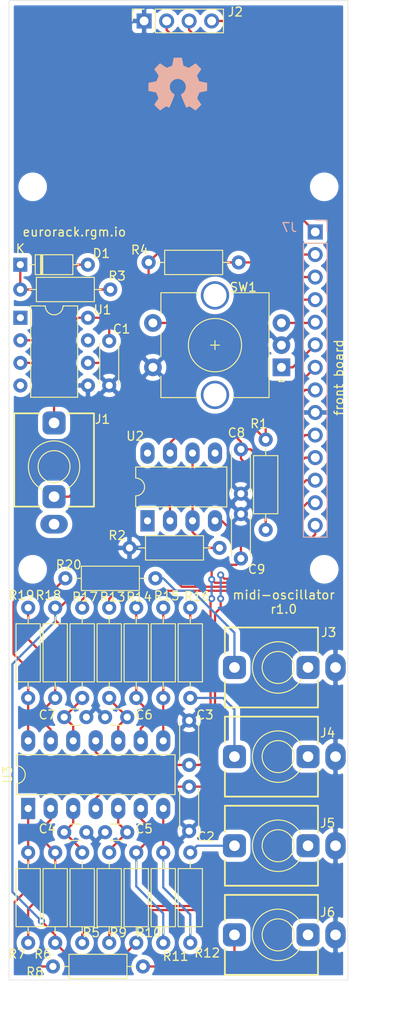
<source format=kicad_pcb>
(kicad_pcb (version 20171130) (host pcbnew 5.99.0+really5.1.12+dfsg1-1)
  (title_block (title "midi-oscillator front") (date 2021-12-15) (rev 1.0))
  (layers (0 F.Cu signal) (31 B.Cu signal) (34 B.Paste user) (35 F.Paste user) (36 B.SilkS user) (37 F.SilkS user) (38 B.Mask user) (39 F.Mask user) (44 Edge.Cuts user))
  (net 0 "")
  (net 1 +3V3)
  (net 2 GND)
  (net 3 +12V)
  (net 4 -12V)
  (net 5 "Net-(C4-Pad1)")
  (net 6 "Net-(C5-Pad1)")
  (net 7 "Net-(C6-Pad1)")
  (net 8 "Net-(C7-Pad1)")
  (net 9 "Net-(D1-Pad2)")
  (net 10 "Net-(D1-Pad1)")
  (net 11 "Net-(J1-PadR)")
  (net 12 I2C_SDA)
  (net 13 I2C_SCL)
  (net 14 "Net-(J3-PadT)")
  (net 15 "Net-(J4-PadT)")
  (net 16 "Net-(J5-PadT)")
  (net 17 "Net-(J6-PadT)")
  (net 18 "Net-(R1-Pad2)")
  (net 19 MIDI_RX)
  (net 20 DAC_CH1)
  (net 21 VREF)
  (net 22 "Net-(R6-Pad1)")
  (net 23 "Net-(R7-Pad1)")
  (net 24 DAC_CH2)
  (net 25 "Net-(R10-Pad1)")
  (net 26 "Net-(R11-Pad1)")
  (net 27 DAC_CH3)
  (net 28 "Net-(R14-Pad1)")
  (net 29 "Net-(R15-Pad1)")
  (net 30 DAC_CH4)
  (net 31 "Net-(R18-Pad1)")
  (net 32 "Net-(R19-Pad1)")
  (net 33 ENC_A)
  (net 34 ENC_B)
  (net 35 ENC_BT)
  (module Symbol:OSHW-Symbol_6.7x6mm_SilkScreen (layer B.Cu) (at 133.223 48.641 180)
    (fp_text reference REF** hide)
    (fp_text value OSHW-Symbol_6.7x6mm_SilkScreen hide)
  )
  (module MountingHole:MountingHole_2.2mm_M2 (layer F.Cu) (at 149.733 60.198)
    (fp_text reference H2 hide)
    (fp_text value MountingHole)
    (pad 1 np_thru_hole circle (at 0 0) (size 2.2 2.2) (drill 2.2) (layers *.Cu *.Mask))
  )
  (module MountingHole:MountingHole_2.2mm_M2 (layer F.Cu) (at 149.733 103.251)
    (fp_text reference H4 hide)
    (fp_text value MountingHole)
    (pad 1 np_thru_hole circle (at 0 0) (size 2.2 2.2) (drill 2.2) (layers *.Cu *.Mask))
  )
  (module MountingHole:MountingHole_2.2mm_M2 (layer F.Cu) (at 116.84 103.251)
    (fp_text reference H3 hide)
    (fp_text value MountingHole)
    (pad 1 np_thru_hole circle (at 0 0) (size 2.2 2.2) (drill 2.2) (layers *.Cu *.Mask))
  )
  (module MountingHole:MountingHole_2.2mm_M2 (layer F.Cu) (at 116.84 60.198)
    (fp_text reference H1 hide)
    (fp_text value MountingHole)
    (pad 1 np_thru_hole circle (at 0 0) (size 2.2 2.2) (drill 2.2) (layers *.Cu *.Mask))
  )
  (module Resistor_THT:R_Axial_DIN0207_L6.3mm_D2.5mm_P10.16mm_Horizontal (layer F.Cu) (at 143.129 88.646 270)
    (fp_text reference R1 (at -1.778 0.762 180) (layer F.SilkS))
    (fp_text value 22k)
    (pad 2 thru_hole oval (at 10.16 0 270) (size 1.6 1.6) (drill 0.8) (layers *.Cu *.Mask) (net 18 "Net-(R1-Pad2)"))
    (pad 1 thru_hole circle (at 0 0 270) (size 1.6 1.6) (drill 0.8) (layers *.Cu *.Mask) (net 1 +3V3))
  )
  (module Capacitor_THT:C_Disc_D4.3mm_W1.9mm_P5.00mm (layer F.Cu) (at 125.476 82.55 90)
    (fp_text reference C1 (at 6.35 1.397 180) (layer F.SilkS))
    (fp_text value 100n)
    (pad 2 thru_hole circle (at 5 0 90) (size 1.6 1.6) (drill 0.8) (layers *.Cu *.Mask) (net 1 +3V3))
    (pad 1 thru_hole circle (at 0 0 90) (size 1.6 1.6) (drill 0.8) (layers *.Cu *.Mask) (net 2 GND))
  )
  (module Capacitor_THT:C_Disc_D4.3mm_W1.9mm_P5.00mm (layer F.Cu) (at 140.335 97.028 270)
    (fp_text reference C9 (at 6.223 -1.778 180) (layer F.SilkS))
    (fp_text value 100n)
    (pad 2 thru_hole circle (at 5 0 270) (size 1.6 1.6) (drill 0.8) (layers *.Cu *.Mask) (net 4 -12V))
    (pad 1 thru_hole circle (at 0 0 270) (size 1.6 1.6) (drill 0.8) (layers *.Cu *.Mask) (net 2 GND))
  )
  (module Capacitor_THT:C_Disc_D4.3mm_W1.9mm_P5.00mm (layer F.Cu) (at 140.335 94.742 90)
    (fp_text reference C8 (at 6.858 -0.508 180) (layer F.SilkS))
    (fp_text value 100n)
    (pad 2 thru_hole circle (at 5 0 90) (size 1.6 1.6) (drill 0.8) (layers *.Cu *.Mask) (net 3 +12V))
    (pad 1 thru_hole circle (at 0 0 90) (size 1.6 1.6) (drill 0.8) (layers *.Cu *.Mask) (net 2 GND))
  )
  (module Capacitor_THT:C_Disc_D4.3mm_W1.9mm_P5.00mm (layer F.Cu) (at 134.493 120.269 270)
    (fp_text reference C3 (at -0.635 -1.778 180) (layer F.SilkS))
    (fp_text value C)
    (pad 2 thru_hole circle (at 5 0 270) (size 1.6 1.6) (drill 0.8) (layers *.Cu *.Mask) (net 4 -12V))
    (pad 1 thru_hole circle (at 0 0 270) (size 1.6 1.6) (drill 0.8) (layers *.Cu *.Mask) (net 2 GND))
  )
  (module Capacitor_THT:C_Disc_D4.3mm_W1.9mm_P5.00mm (layer F.Cu) (at 134.493 132.715 90)
    (fp_text reference C2 (at -0.635 1.905 180) (layer F.SilkS))
    (fp_text value C)
    (pad 2 thru_hole circle (at 5 0 90) (size 1.6 1.6) (drill 0.8) (layers *.Cu *.Mask) (net 3 +12V))
    (pad 1 thru_hole circle (at 0 0 90) (size 1.6 1.6) (drill 0.8) (layers *.Cu *.Mask) (net 2 GND))
  )
  (module Resistor_THT:R_Axial_DIN0207_L6.3mm_D2.5mm_P10.16mm_Horizontal (layer F.Cu) (at 125.476 135.128 270)
    (fp_text reference R9 (at 9.017 -1.016 180) (layer F.SilkS))
    (fp_text value 560R)
    (pad 2 thru_hole oval (at 10.16 0 270) (size 1.6 1.6) (drill 0.8) (layers *.Cu *.Mask) (net 27 DAC_CH3))
    (pad 1 thru_hole circle (at 0 0 270) (size 1.6 1.6) (drill 0.8) (layers *.Cu *.Mask) (net 6 "Net-(C5-Pad1)"))
  )
  (module Connector_PinHeader_2.54mm:PinHeader_1x14_P2.54mm_Vertical (layer B.Cu) (at 148.717 65.278 180)
    (fp_text reference J7 (at 2.921 0.508) (layer B.SilkS) (effects (justify mirror)))
    (fp_text value "Pin Header 1x14")
    (pad 14 thru_hole oval (at 0 -33.02 180) (size 1.7 1.7) (drill 1) (layers *.Cu *.Mask) (net 27 DAC_CH3))
    (pad 13 thru_hole oval (at 0 -30.48 180) (size 1.7 1.7) (drill 1) (layers *.Cu *.Mask) (net 30 DAC_CH4))
    (pad 12 thru_hole oval (at 0 -27.94 180) (size 1.7 1.7) (drill 1) (layers *.Cu *.Mask) (net 24 DAC_CH2))
    (pad 11 thru_hole oval (at 0 -25.4 180) (size 1.7 1.7) (drill 1) (layers *.Cu *.Mask) (net 20 DAC_CH1))
    (pad 10 thru_hole oval (at 0 -22.86 180) (size 1.7 1.7) (drill 1) (layers *.Cu *.Mask) (net 4 -12V))
    (pad 9 thru_hole oval (at 0 -20.32 180) (size 1.7 1.7) (drill 1) (layers *.Cu *.Mask) (net 2 GND))
    (pad 8 thru_hole oval (at 0 -17.78 180) (size 1.7 1.7) (drill 1) (layers *.Cu *.Mask) (net 3 +12V))
    (pad 7 thru_hole oval (at 0 -15.24 180) (size 1.7 1.7) (drill 1) (layers *.Cu *.Mask) (net 1 +3V3))
    (pad 6 thru_hole oval (at 0 -12.7 180) (size 1.7 1.7) (drill 1) (layers *.Cu *.Mask) (net 33 ENC_A))
    (pad 5 thru_hole oval (at 0 -10.16 180) (size 1.7 1.7) (drill 1) (layers *.Cu *.Mask) (net 34 ENC_B))
    (pad 4 thru_hole oval (at 0 -7.62 180) (size 1.7 1.7) (drill 1) (layers *.Cu *.Mask) (net 35 ENC_BT))
    (pad 3 thru_hole oval (at 0 -5.08 180) (size 1.7 1.7) (drill 1) (layers *.Cu *.Mask) (net 19 MIDI_RX))
    (pad 2 thru_hole oval (at 0 -2.54 180) (size 1.7 1.7) (drill 1) (layers *.Cu *.Mask) (net 13 I2C_SCL))
    (pad 1 thru_hole rect (at 0 0 180) (size 1.7 1.7) (drill 1) (layers *.Cu *.Mask) (net 12 I2C_SDA))
  )
  (module Package_DIP:DIP-14_W7.62mm_LongPads (layer F.Cu) (at 116.332 130.175 90)
    (fp_text reference U3 (at 3.81 -2.33 90) (layer F.SilkS))
    (fp_text value TL074)
    (pad 14 thru_hole oval (at 7.62 0 90) (size 2.4 1.6) (drill 0.8) (layers *.Cu *.Mask) (net 32 "Net-(R19-Pad1)"))
    (pad 7 thru_hole oval (at 0 15.24 90) (size 2.4 1.6) (drill 0.8) (layers *.Cu *.Mask) (net 26 "Net-(R11-Pad1)"))
    (pad 13 thru_hole oval (at 7.62 2.54 90) (size 2.4 1.6) (drill 0.8) (layers *.Cu *.Mask) (net 31 "Net-(R18-Pad1)"))
    (pad 6 thru_hole oval (at 0 12.7 90) (size 2.4 1.6) (drill 0.8) (layers *.Cu *.Mask) (net 25 "Net-(R10-Pad1)"))
    (pad 12 thru_hole oval (at 7.62 5.08 90) (size 2.4 1.6) (drill 0.8) (layers *.Cu *.Mask) (net 8 "Net-(C7-Pad1)"))
    (pad 5 thru_hole oval (at 0 10.16 90) (size 2.4 1.6) (drill 0.8) (layers *.Cu *.Mask) (net 6 "Net-(C5-Pad1)"))
    (pad 11 thru_hole oval (at 7.62 7.62 90) (size 2.4 1.6) (drill 0.8) (layers *.Cu *.Mask) (net 4 -12V))
    (pad 4 thru_hole oval (at 0 7.62 90) (size 2.4 1.6) (drill 0.8) (layers *.Cu *.Mask) (net 3 +12V))
    (pad 10 thru_hole oval (at 7.62 10.16 90) (size 2.4 1.6) (drill 0.8) (layers *.Cu *.Mask) (net 7 "Net-(C6-Pad1)"))
    (pad 3 thru_hole oval (at 0 5.08 90) (size 2.4 1.6) (drill 0.8) (layers *.Cu *.Mask) (net 5 "Net-(C4-Pad1)"))
    (pad 9 thru_hole oval (at 7.62 12.7 90) (size 2.4 1.6) (drill 0.8) (layers *.Cu *.Mask) (net 28 "Net-(R14-Pad1)"))
    (pad 2 thru_hole oval (at 0 2.54 90) (size 2.4 1.6) (drill 0.8) (layers *.Cu *.Mask) (net 22 "Net-(R6-Pad1)"))
    (pad 8 thru_hole oval (at 7.62 15.24 90) (size 2.4 1.6) (drill 0.8) (layers *.Cu *.Mask) (net 29 "Net-(R15-Pad1)"))
    (pad 1 thru_hole rect (at 0 0 90) (size 2.4 1.6) (drill 0.8) (layers *.Cu *.Mask) (net 23 "Net-(R7-Pad1)"))
  )
  (module Package_DIP:DIP-8_W7.62mm_LongPads (layer F.Cu) (at 129.794 97.79 90)
    (fp_text reference U2 (at 9.525 -1.397 180) (layer F.SilkS))
    (fp_text value TL071)
    (pad 8 thru_hole oval (at 7.62 0 90) (size 2.4 1.6) (drill 0.8) (layers *.Cu *.Mask))
    (pad 4 thru_hole oval (at 0 7.62 90) (size 2.4 1.6) (drill 0.8) (layers *.Cu *.Mask) (net 4 -12V))
    (pad 7 thru_hole oval (at 7.62 2.54 90) (size 2.4 1.6) (drill 0.8) (layers *.Cu *.Mask) (net 3 +12V))
    (pad 3 thru_hole oval (at 0 5.08 90) (size 2.4 1.6) (drill 0.8) (layers *.Cu *.Mask) (net 18 "Net-(R1-Pad2)"))
    (pad 6 thru_hole oval (at 7.62 5.08 90) (size 2.4 1.6) (drill 0.8) (layers *.Cu *.Mask) (net 21 VREF))
    (pad 2 thru_hole oval (at 0 2.54 90) (size 2.4 1.6) (drill 0.8) (layers *.Cu *.Mask) (net 21 VREF))
    (pad 5 thru_hole oval (at 7.62 7.62 90) (size 2.4 1.6) (drill 0.8) (layers *.Cu *.Mask))
    (pad 1 thru_hole rect (at 0 0 90) (size 2.4 1.6) (drill 0.8) (layers *.Cu *.Mask))
  )
  (module Package_DIP:DIP-8_W7.62mm (layer F.Cu) (at 115.455 74.935)
    (fp_text reference U1 (at 9.259 -0.894) (layer F.SilkS))
    (fp_text value 6N137)
    (pad 8 thru_hole oval (at 7.62 0) (size 1.6 1.6) (drill 0.8) (layers *.Cu *.Mask) (net 1 +3V3))
    (pad 4 thru_hole oval (at 0 7.62) (size 1.6 1.6) (drill 0.8) (layers *.Cu *.Mask))
    (pad 7 thru_hole oval (at 7.62 2.54) (size 1.6 1.6) (drill 0.8) (layers *.Cu *.Mask))
    (pad 3 thru_hole oval (at 0 5.08) (size 1.6 1.6) (drill 0.8) (layers *.Cu *.Mask) (net 9 "Net-(D1-Pad2)"))
    (pad 6 thru_hole oval (at 7.62 5.08) (size 1.6 1.6) (drill 0.8) (layers *.Cu *.Mask) (net 19 MIDI_RX))
    (pad 2 thru_hole oval (at 0 2.54) (size 1.6 1.6) (drill 0.8) (layers *.Cu *.Mask) (net 10 "Net-(D1-Pad1)"))
    (pad 5 thru_hole oval (at 7.62 7.62) (size 1.6 1.6) (drill 0.8) (layers *.Cu *.Mask) (net 2 GND))
    (pad 1 thru_hole rect (at 0 0) (size 1.6 1.6) (drill 0.8) (layers *.Cu *.Mask))
  )
  (module Rotary_Encoder:RotaryEncoder_Alps_EC11E-Switch_Vertical_H20mm_CircularMountingHoles (layer F.Cu) (at 144.907 80.518 180)
    (fp_text reference SW1 (at 4.318 9.017) (layer F.SilkS))
    (fp_text value PEC11R-4220K-S0024)
    (pad A thru_hole rect (at 0 0 180) (size 2 2) (drill 1) (layers *.Cu *.Mask) (net 33 ENC_A))
    (pad C thru_hole circle (at 0 2.5 180) (size 2 2) (drill 1) (layers *.Cu *.Mask) (net 2 GND))
    (pad B thru_hole circle (at 0 5 180) (size 2 2) (drill 1) (layers *.Cu *.Mask) (net 34 ENC_B))
    (pad MP thru_hole circle (at 7.5 -3.1 180) (size 3.2 3.2) (drill 2.6) (layers *.Cu *.Mask))
    (pad MP thru_hole circle (at 7.5 8.1 180) (size 3.2 3.2) (drill 2.6) (layers *.Cu *.Mask))
    (pad S2 thru_hole circle (at 14.5 0 180) (size 2 2) (drill 1) (layers *.Cu *.Mask) (net 2 GND))
    (pad S1 thru_hole circle (at 14.5 5 180) (size 2 2) (drill 1) (layers *.Cu *.Mask) (net 35 ENC_BT))
  )
  (module Resistor_THT:R_Axial_DIN0207_L6.3mm_D2.5mm_P10.16mm_Horizontal (layer F.Cu) (at 130.683 104.267 180)
    (fp_text reference R20 (at 9.779 1.524) (layer F.SilkS))
    (fp_text value 1k)
    (pad 2 thru_hole oval (at 10.16 0 180) (size 1.6 1.6) (drill 0.8) (layers *.Cu *.Mask) (net 32 "Net-(R19-Pad1)"))
    (pad 1 thru_hole circle (at 0 0 180) (size 1.6 1.6) (drill 0.8) (layers *.Cu *.Mask) (net 14 "Net-(J3-PadT)"))
  )
  (module Resistor_THT:R_Axial_DIN0207_L6.3mm_D2.5mm_P10.16mm_Horizontal (layer F.Cu) (at 116.332 117.729 90)
    (fp_text reference R19 (at 11.557 -0.762 180) (layer F.SilkS))
    (fp_text value 39k)
    (pad 2 thru_hole oval (at 10.16 0 90) (size 1.6 1.6) (drill 0.8) (layers *.Cu *.Mask) (net 31 "Net-(R18-Pad1)"))
    (pad 1 thru_hole circle (at 0 0 90) (size 1.6 1.6) (drill 0.8) (layers *.Cu *.Mask) (net 32 "Net-(R19-Pad1)"))
  )
  (module Resistor_THT:R_Axial_DIN0207_L6.3mm_D2.5mm_P10.16mm_Horizontal (layer F.Cu) (at 119.38 117.729 90)
    (fp_text reference R18 (at 11.557 -0.762 180) (layer F.SilkS))
    (fp_text value 10k)
    (pad 2 thru_hole oval (at 10.16 0 90) (size 1.6 1.6) (drill 0.8) (layers *.Cu *.Mask) (net 21 VREF))
    (pad 1 thru_hole circle (at 0 0 90) (size 1.6 1.6) (drill 0.8) (layers *.Cu *.Mask) (net 31 "Net-(R18-Pad1)"))
  )
  (module Resistor_THT:R_Axial_DIN0207_L6.3mm_D2.5mm_P10.16mm_Horizontal (layer F.Cu) (at 122.428 117.729 90)
    (fp_text reference R17 (at 11.3665 0.3175 180) (layer F.SilkS))
    (fp_text value 560R)
    (pad 2 thru_hole oval (at 10.16 0 90) (size 1.6 1.6) (drill 0.8) (layers *.Cu *.Mask) (net 20 DAC_CH1))
    (pad 1 thru_hole circle (at 0 0 90) (size 1.6 1.6) (drill 0.8) (layers *.Cu *.Mask) (net 8 "Net-(C7-Pad1)"))
  )
  (module Resistor_THT:R_Axial_DIN0207_L6.3mm_D2.5mm_P10.16mm_Horizontal (layer F.Cu) (at 134.62 117.729 90)
    (fp_text reference R16 (at 11.43 0.762 180) (layer F.SilkS))
    (fp_text value 1k)
    (pad 2 thru_hole oval (at 10.16 0 90) (size 1.6 1.6) (drill 0.8) (layers *.Cu *.Mask) (net 29 "Net-(R15-Pad1)"))
    (pad 1 thru_hole circle (at 0 0 90) (size 1.6 1.6) (drill 0.8) (layers *.Cu *.Mask) (net 15 "Net-(J4-PadT)"))
  )
  (module Resistor_THT:R_Axial_DIN0207_L6.3mm_D2.5mm_P10.16mm_Horizontal (layer F.Cu) (at 131.572 117.729 90)
    (fp_text reference R15 (at 11.4935 0.381 180) (layer F.SilkS))
    (fp_text value 39k)
    (pad 2 thru_hole oval (at 10.16 0 90) (size 1.6 1.6) (drill 0.8) (layers *.Cu *.Mask) (net 28 "Net-(R14-Pad1)"))
    (pad 1 thru_hole circle (at 0 0 90) (size 1.6 1.6) (drill 0.8) (layers *.Cu *.Mask) (net 29 "Net-(R15-Pad1)"))
  )
  (module Resistor_THT:R_Axial_DIN0207_L6.3mm_D2.5mm_P10.16mm_Horizontal (layer F.Cu) (at 128.524 117.729 90)
    (fp_text reference R14 (at 11.3665 0.3175 180) (layer F.SilkS))
    (fp_text value 10k)
    (pad 2 thru_hole oval (at 10.16 0 90) (size 1.6 1.6) (drill 0.8) (layers *.Cu *.Mask) (net 21 VREF))
    (pad 1 thru_hole circle (at 0 0 90) (size 1.6 1.6) (drill 0.8) (layers *.Cu *.Mask) (net 28 "Net-(R14-Pad1)"))
  )
  (module Resistor_THT:R_Axial_DIN0207_L6.3mm_D2.5mm_P10.16mm_Horizontal (layer F.Cu) (at 125.476 117.729 90)
    (fp_text reference R13 (at 11.3665 0.381 180) (layer F.SilkS))
    (fp_text value 560R)
    (pad 2 thru_hole oval (at 10.16 0 90) (size 1.6 1.6) (drill 0.8) (layers *.Cu *.Mask) (net 24 DAC_CH2))
    (pad 1 thru_hole circle (at 0 0 90) (size 1.6 1.6) (drill 0.8) (layers *.Cu *.Mask) (net 7 "Net-(C6-Pad1)"))
  )
  (module Resistor_THT:R_Axial_DIN0207_L6.3mm_D2.5mm_P10.16mm_Horizontal (layer F.Cu) (at 134.62 135.128 270)
    (fp_text reference R12 (at 11.303 -1.905 180) (layer F.SilkS))
    (fp_text value 1k)
    (pad 2 thru_hole oval (at 10.16 0 270) (size 1.6 1.6) (drill 0.8) (layers *.Cu *.Mask) (net 26 "Net-(R11-Pad1)"))
    (pad 1 thru_hole circle (at 0 0 270) (size 1.6 1.6) (drill 0.8) (layers *.Cu *.Mask) (net 16 "Net-(J5-PadT)"))
  )
  (module Resistor_THT:R_Axial_DIN0207_L6.3mm_D2.5mm_P10.16mm_Horizontal (layer F.Cu) (at 131.572 135.128 270)
    (fp_text reference R11 (at 11.684 -1.397 180) (layer F.SilkS))
    (fp_text value 39k)
    (pad 2 thru_hole oval (at 10.16 0 270) (size 1.6 1.6) (drill 0.8) (layers *.Cu *.Mask) (net 25 "Net-(R10-Pad1)"))
    (pad 1 thru_hole circle (at 0 0 270) (size 1.6 1.6) (drill 0.8) (layers *.Cu *.Mask) (net 26 "Net-(R11-Pad1)"))
  )
  (module Resistor_THT:R_Axial_DIN0207_L6.3mm_D2.5mm_P10.16mm_Horizontal (layer F.Cu) (at 128.524 135.128 270)
    (fp_text reference R10 (at 9.017 -1.397 180) (layer F.SilkS))
    (fp_text value 10k)
    (pad 2 thru_hole oval (at 10.16 0 270) (size 1.6 1.6) (drill 0.8) (layers *.Cu *.Mask) (net 21 VREF))
    (pad 1 thru_hole circle (at 0 0 270) (size 1.6 1.6) (drill 0.8) (layers *.Cu *.Mask) (net 25 "Net-(R10-Pad1)"))
  )
  (module Resistor_THT:R_Axial_DIN0207_L6.3mm_D2.5mm_P10.16mm_Horizontal (layer F.Cu) (at 129.286 147.955 180)
    (fp_text reference R8 (at 12.192 -0.635) (layer F.SilkS))
    (fp_text value 1k)
    (pad 2 thru_hole oval (at 10.16 0 180) (size 1.6 1.6) (drill 0.8) (layers *.Cu *.Mask) (net 23 "Net-(R7-Pad1)"))
    (pad 1 thru_hole circle (at 0 0 180) (size 1.6 1.6) (drill 0.8) (layers *.Cu *.Mask) (net 17 "Net-(J6-PadT)"))
  )
  (module Resistor_THT:R_Axial_DIN0207_L6.3mm_D2.5mm_P10.16mm_Horizontal (layer F.Cu) (at 116.332 135.128 270)
    (fp_text reference R7 (at 11.43 1.27 180) (layer F.SilkS))
    (fp_text value 39k)
    (pad 2 thru_hole oval (at 10.16 0 270) (size 1.6 1.6) (drill 0.8) (layers *.Cu *.Mask) (net 22 "Net-(R6-Pad1)"))
    (pad 1 thru_hole circle (at 0 0 270) (size 1.6 1.6) (drill 0.8) (layers *.Cu *.Mask) (net 23 "Net-(R7-Pad1)"))
  )
  (module Resistor_THT:R_Axial_DIN0207_L6.3mm_D2.5mm_P10.16mm_Horizontal (layer F.Cu) (at 119.38 135.128 270)
    (fp_text reference R6 (at 11.43 1.397 180) (layer F.SilkS))
    (fp_text value 10k)
    (pad 2 thru_hole oval (at 10.16 0 270) (size 1.6 1.6) (drill 0.8) (layers *.Cu *.Mask) (net 21 VREF))
    (pad 1 thru_hole circle (at 0 0 270) (size 1.6 1.6) (drill 0.8) (layers *.Cu *.Mask) (net 22 "Net-(R6-Pad1)"))
  )
  (module Resistor_THT:R_Axial_DIN0207_L6.3mm_D2.5mm_P10.16mm_Horizontal (layer F.Cu) (at 122.428 135.128 270)
    (fp_text reference R5 (at 9.017 -1.016 180) (layer F.SilkS))
    (fp_text value 560R)
    (pad 2 thru_hole oval (at 10.16 0 270) (size 1.6 1.6) (drill 0.8) (layers *.Cu *.Mask) (net 30 DAC_CH4))
    (pad 1 thru_hole circle (at 0 0 270) (size 1.6 1.6) (drill 0.8) (layers *.Cu *.Mask) (net 5 "Net-(C4-Pad1)"))
  )
  (module Resistor_THT:R_Axial_DIN0207_L6.3mm_D2.5mm_P10.16mm_Horizontal (layer F.Cu) (at 129.921 68.707)
    (fp_text reference R4 (at -1.016 -1.397) (layer F.SilkS))
    (fp_text value 10k)
    (pad 2 thru_hole oval (at 10.16 0) (size 1.6 1.6) (drill 0.8) (layers *.Cu *.Mask) (net 19 MIDI_RX))
    (pad 1 thru_hole circle (at 0 0) (size 1.6 1.6) (drill 0.8) (layers *.Cu *.Mask) (net 1 +3V3))
  )
  (module Resistor_THT:R_Axial_DIN0207_L6.3mm_D2.5mm_P10.16mm_Horizontal (layer F.Cu) (at 115.443 71.755)
    (fp_text reference R3 (at 10.922 -1.524) (layer F.SilkS))
    (fp_text value 220R)
    (pad 2 thru_hole oval (at 10.16 0) (size 1.6 1.6) (drill 0.8) (layers *.Cu *.Mask) (net 11 "Net-(J1-PadR)"))
    (pad 1 thru_hole circle (at 0 0) (size 1.6 1.6) (drill 0.8) (layers *.Cu *.Mask) (net 10 "Net-(D1-Pad1)"))
  )
  (module Resistor_THT:R_Axial_DIN0207_L6.3mm_D2.5mm_P10.16mm_Horizontal (layer F.Cu) (at 137.922 100.838 180)
    (fp_text reference R2 (at 11.557 1.397) (layer F.SilkS))
    (fp_text value 10k)
    (pad 2 thru_hole oval (at 10.16 0 180) (size 1.6 1.6) (drill 0.8) (layers *.Cu *.Mask) (net 2 GND))
    (pad 1 thru_hole circle (at 0 0 180) (size 1.6 1.6) (drill 0.8) (layers *.Cu *.Mask) (net 18 "Net-(R1-Pad2)"))
  )
  (module eurorack:Jack_3.5mm_QingPu_WQP-PJ398SM_Vertical (layer F.Cu) (at 144.526 144.399 90)
    (fp_text reference J6 (at 2.54 5.588 180) (layer F.SilkS))
    (fp_text value "Thonkiconn SM")
    (pad TN thru_hole roundrect (at 0 3.38 90) (size 2.6 2.6) (drill 1.2) (layers *.Cu *.Mask))
    (pad S thru_hole oval (at 0 6.48 90) (size 3.1 2.3) (drill 1.2) (layers *.Cu *.Mask) (net 2 GND))
    (pad T thru_hole roundrect (at 0 -4.92 90) (size 2.6 2.6) (drill 1.2) (layers *.Cu *.Mask) (net 17 "Net-(J6-PadT)"))
  )
  (module eurorack:Jack_3.5mm_QingPu_WQP-PJ398SM_Vertical (layer F.Cu) (at 144.526 134.366 90)
    (fp_text reference J5 (at 2.54 5.588 180) (layer F.SilkS))
    (fp_text value "Thonkiconn SM")
    (pad TN thru_hole roundrect (at 0 3.38 90) (size 2.6 2.6) (drill 1.2) (layers *.Cu *.Mask))
    (pad S thru_hole oval (at 0 6.48 90) (size 3.1 2.3) (drill 1.2) (layers *.Cu *.Mask) (net 2 GND))
    (pad T thru_hole roundrect (at 0 -4.92 90) (size 2.6 2.6) (drill 1.2) (layers *.Cu *.Mask) (net 16 "Net-(J5-PadT)"))
  )
  (module eurorack:Jack_3.5mm_QingPu_WQP-PJ398SM_Vertical (layer F.Cu) (at 144.526 124.333 90)
    (fp_text reference J4 (at 2.667 5.588 180) (layer F.SilkS))
    (fp_text value "Thonkiconn SM")
    (pad TN thru_hole roundrect (at 0 3.38 90) (size 2.6 2.6) (drill 1.2) (layers *.Cu *.Mask))
    (pad S thru_hole oval (at 0 6.48 90) (size 3.1 2.3) (drill 1.2) (layers *.Cu *.Mask) (net 2 GND))
    (pad T thru_hole roundrect (at 0 -4.92 90) (size 2.6 2.6) (drill 1.2) (layers *.Cu *.Mask) (net 15 "Net-(J4-PadT)"))
  )
  (module eurorack:Jack_3.5mm_QingPu_WQP-PJ398SM_Vertical (layer F.Cu) (at 144.526 114.3 90)
    (fp_text reference J3 (at 3.937 5.715 180) (layer F.SilkS))
    (fp_text value "Thonkiconn SM")
    (pad TN thru_hole roundrect (at 0 3.38 90) (size 2.6 2.6) (drill 1.2) (layers *.Cu *.Mask))
    (pad S thru_hole oval (at 0 6.48 90) (size 3.1 2.3) (drill 1.2) (layers *.Cu *.Mask) (net 2 GND))
    (pad T thru_hole roundrect (at 0 -4.92 90) (size 2.6 2.6) (drill 1.2) (layers *.Cu *.Mask) (net 14 "Net-(J3-PadT)"))
  )
  (module Connector_PinSocket_2.54mm:PinSocket_1x04_P2.54mm_Vertical (layer F.Cu) (at 129.413 41.529 90)
    (fp_text reference J2 (at 1.016 10.287 180) (layer F.SilkS))
    (fp_text value "Pin Header 1x4")
    (pad 4 thru_hole oval (at 0 7.62 90) (size 1.7 1.7) (drill 1) (layers *.Cu *.Mask) (net 12 I2C_SDA))
    (pad 3 thru_hole oval (at 0 5.08 90) (size 1.7 1.7) (drill 1) (layers *.Cu *.Mask) (net 13 I2C_SCL))
    (pad 2 thru_hole oval (at 0 2.54 90) (size 1.7 1.7) (drill 1) (layers *.Cu *.Mask) (net 1 +3V3))
    (pad 1 thru_hole rect (at 0 0 90) (size 1.7 1.7) (drill 1) (layers *.Cu *.Mask) (net 2 GND))
  )
  (module eurorack:Jack_3.5mm_QingPu_WQP-PJ366ST_Vertical (layer F.Cu) (at 119.253 91.694)
    (fp_text reference J1 (at 5.461 -5.334) (layer F.SilkS))
    (fp_text value "Thonkiconn ST")
    (pad T thru_hole roundrect (at 0 -4.92) (size 2.6 2.6) (drill 1.2) (layers *.Cu *.Mask) (net 9 "Net-(D1-Pad2)"))
    (pad S thru_hole oval (at 0 6.48) (size 3.1 2.1) (drill 1.2) (layers *.Cu *.Mask))
    (pad R thru_hole roundrect (at 0 3.38) (size 2.6 2.6) (drill 1.2) (layers *.Cu *.Mask) (net 11 "Net-(J1-PadR)"))
  )
  (module Diode_THT:D_DO-35_SOD27_P7.62mm_Horizontal (layer F.Cu) (at 115.443 68.961)
    (fp_text reference D1 (at 9.144 -1.27) (layer F.SilkS))
    (fp_text value 1N4148)
    (fp_text user K (at 0 -1.8) (layer F.SilkS))
    (pad 2 thru_hole oval (at 7.62 0) (size 1.6 1.6) (drill 0.8) (layers *.Cu *.Mask) (net 9 "Net-(D1-Pad2)"))
    (pad 1 thru_hole rect (at 0 0) (size 1.6 1.6) (drill 0.8) (layers *.Cu *.Mask) (net 10 "Net-(D1-Pad1)"))
  )
  (module Capacitor_THT:C_Disc_D3.0mm_W1.6mm_P2.50mm (layer F.Cu) (at 120.396 119.888)
    (fp_text reference C7 (at -1.905 -0.254) (layer F.SilkS))
    (fp_text value 4.7n)
    (pad 2 thru_hole circle (at 2.5 0) (size 1.6 1.6) (drill 0.8) (layers *.Cu *.Mask) (net 2 GND))
    (pad 1 thru_hole circle (at 0 0) (size 1.6 1.6) (drill 0.8) (layers *.Cu *.Mask) (net 8 "Net-(C7-Pad1)"))
  )
  (module Capacitor_THT:C_Disc_D3.0mm_W1.6mm_P2.50mm (layer F.Cu) (at 127.508 119.888 180)
    (fp_text reference C6 (at -1.905 0.254) (layer F.SilkS))
    (fp_text value 4.7n)
    (pad 2 thru_hole circle (at 2.5 0 180) (size 1.6 1.6) (drill 0.8) (layers *.Cu *.Mask) (net 2 GND))
    (pad 1 thru_hole circle (at 0 0 180) (size 1.6 1.6) (drill 0.8) (layers *.Cu *.Mask) (net 7 "Net-(C6-Pad1)"))
  )
  (module Capacitor_THT:C_Disc_D3.0mm_W1.6mm_P2.50mm (layer F.Cu) (at 127.508 132.842 180)
    (fp_text reference C5 (at -1.905 0.381) (layer F.SilkS))
    (fp_text value 4.7n)
    (pad 2 thru_hole circle (at 2.5 0 180) (size 1.6 1.6) (drill 0.8) (layers *.Cu *.Mask) (net 2 GND))
    (pad 1 thru_hole circle (at 0 0 180) (size 1.6 1.6) (drill 0.8) (layers *.Cu *.Mask) (net 6 "Net-(C5-Pad1)"))
  )
  (module Capacitor_THT:C_Disc_D3.0mm_W1.6mm_P2.50mm (layer F.Cu) (at 120.396 132.842)
    (fp_text reference C4 (at -1.905 -0.381) (layer F.SilkS))
    (fp_text value 4.7n)
    (pad 2 thru_hole circle (at 2.5 0) (size 1.6 1.6) (drill 0.8) (layers *.Cu *.Mask) (net 2 GND))
    (pad 1 thru_hole circle (at 0 0) (size 1.6 1.6) (drill 0.8) (layers *.Cu *.Mask) (net 5 "Net-(C4-Pad1)"))
  )
  (gr_text "front board" (at 151.384 81.661 90) (layer F.SilkS) (effects (font (size 1 1))))
  (gr_text eurorack.rgm.io (at 121.539 65.278) (layer F.SilkS) (effects (font (size 1 1))))
  (gr_text "midi-oscillator\nr1.0" (at 145.161 106.934) (layer F.SilkS) (effects (font (size 1 1))))
  (gr_line (start 152.4 39.243) (end 152.4 149.479) (layer Edge.Cuts) (width 0.05))
  (gr_line (start 114.173 149.479) (end 152.4 149.479) (layer Edge.Cuts) (width 0.05))
  (gr_line (start 114.173 39.243) (end 152.4 39.243) (layer Edge.Cuts) (width 0.05))
  (gr_line (start 114.173 149.479) (end 114.173 39.243) (layer Edge.Cuts) (width 0.05))
  (segment (start 143.129 86.106) (end 148.717 80.518) (width 0.25) (layer F.Cu) (net 1))
  (segment (start 143.129 88.646) (end 143.129 86.106) (width 0.25) (layer F.Cu) (net 1))
  (segment (start 123.075 74.935) (end 124.338 74.935) (width 0.25) (layer F.Cu) (net 1))
  (segment (start 125.476 76.073) (end 125.476 77.55) (width 0.25) (layer F.Cu) (net 1))
  (segment (start 124.338 74.935) (end 125.476 76.073) (width 0.25) (layer F.Cu) (net 1))
  (segment (start 129.921 71.628) (end 125.476 76.073) (width 0.25) (layer F.Cu) (net 1))
  (segment (start 129.921 68.707) (end 129.921 71.628) (width 0.25) (layer F.Cu) (net 1))
  (segment (start 123.075 74.935) (end 121.915 74.935) (width 0.25) (layer F.Cu) (net 1))
  (segment (start 121.915 74.935) (end 120.904 75.946) (width 0.25) (layer F.Cu) (net 1))
  (segment (start 120.904 75.946) (end 120.904 83.312) (width 0.25) (layer F.Cu) (net 1))
  (segment (start 141.66299 87.17999) (end 143.129 88.646) (width 0.25) (layer F.Cu) (net 1))
  (segment (start 124.77199 87.17999) (end 141.66299 87.17999) (width 0.25) (layer F.Cu) (net 1))
  (segment (start 120.904 83.312) (end 124.77199 87.17999) (width 0.25) (layer F.Cu) (net 1))
  (segment (start 138.1084 44.39201) (end 133.80001 44.39201) (width 0.25) (layer F.Cu) (net 1))
  (segment (start 140.07139 42.42902) (end 138.1084 44.39201) (width 0.25) (layer F.Cu) (net 1))
  (segment (start 143.51961 42.42902) (end 140.07139 42.42902) (width 0.25) (layer F.Cu) (net 1))
  (segment (start 145.59999 44.5094) (end 143.51961 42.42902) (width 0.25) (layer F.Cu) (net 1))
  (segment (start 145.59999 65.09301) (end 145.59999 44.5094) (width 0.25) (layer F.Cu) (net 1))
  (segment (start 131.953 42.545) (end 131.953 41.529) (width 0.25) (layer F.Cu) (net 1))
  (segment (start 133.80001 44.39201) (end 131.953 42.545) (width 0.25) (layer F.Cu) (net 1))
  (segment (start 143.637 67.056) (end 145.59999 65.09301) (width 0.25) (layer F.Cu) (net 1))
  (segment (start 131.572 67.056) (end 143.637 67.056) (width 0.25) (layer F.Cu) (net 1))
  (segment (start 129.921 68.707) (end 131.572 67.056) (width 0.25) (layer F.Cu) (net 1))
  (via (at 138.049 106.553) (size 0.8) (drill 0.4) (layers F.Cu B.Cu) (net 3))
  (segment (start 123.952 130.175) (end 123.952 129.032) (width 0.25) (layer F.Cu) (net 3))
  (segment (start 125.269 127.715) (end 134.493 127.715) (width 0.25) (layer F.Cu) (net 3))
  (segment (start 123.952 129.032) (end 125.269 127.715) (width 0.25) (layer F.Cu) (net 3))
  (via (at 138.049 103.886) (size 0.8) (drill 0.4) (layers F.Cu B.Cu) (net 3))
  (segment (start 135.81 127.715) (end 137.414 126.111) (width 0.25) (layer F.Cu) (net 3))
  (segment (start 134.493 127.715) (end 135.81 127.715) (width 0.25) (layer F.Cu) (net 3))
  (segment (start 137.414 126.111) (end 137.414 108.204) (width 0.25) (layer F.Cu) (net 3))
  (segment (start 138.049 107.569) (end 138.049 106.553) (width 0.25) (layer F.Cu) (net 3))
  (segment (start 137.414 108.204) (end 138.049 107.569) (width 0.25) (layer F.Cu) (net 3))
  (segment (start 138.049 103.886) (end 138.049 106.553) (width 0.25) (layer B.Cu) (net 3))
  (segment (start 132.334 90.17) (end 132.334 89.027) (width 0.25) (layer F.Cu) (net 3))
  (segment (start 132.334 89.027) (end 133.731 87.63) (width 0.25) (layer F.Cu) (net 3))
  (segment (start 133.731 87.63) (end 139.065 87.63) (width 0.25) (layer F.Cu) (net 3))
  (segment (start 140.335 88.9) (end 140.335 89.742) (width 0.25) (layer F.Cu) (net 3))
  (segment (start 139.065 87.63) (end 140.335 88.9) (width 0.25) (layer F.Cu) (net 3))
  (segment (start 145.01196 95.48196) (end 140.335 90.805) (width 0.25) (layer F.Cu) (net 3))
  (segment (start 145.01196 99.83699) (end 145.01196 95.48196) (width 0.25) (layer F.Cu) (net 3))
  (segment (start 140.335 90.805) (end 140.335 89.742) (width 0.25) (layer F.Cu) (net 3))
  (segment (start 147.574 83.058) (end 148.717 83.058) (width 0.25) (layer F.Cu) (net 3))
  (segment (start 145.01196 85.62004) (end 147.574 83.058) (width 0.25) (layer F.Cu) (net 3))
  (segment (start 145.01196 89.81104) (end 145.01196 85.62004) (width 0.25) (layer F.Cu) (net 3))
  (segment (start 142.367 90.678) (end 144.145 90.678) (width 0.25) (layer F.Cu) (net 3))
  (segment (start 144.145 90.678) (end 145.01196 89.81104) (width 0.25) (layer F.Cu) (net 3))
  (segment (start 141.431 89.742) (end 142.367 90.678) (width 0.25) (layer F.Cu) (net 3))
  (segment (start 140.335 89.742) (end 141.431 89.742) (width 0.25) (layer F.Cu) (net 3))
  (segment (start 138.049 103.886) (end 138.47697 104.31397) (width 0.25) (layer F.Cu) (net 3))
  (segment (start 138.47697 104.31397) (end 140.53498 104.31397) (width 0.25) (layer F.Cu) (net 3))
  (segment (start 140.53498 104.31397) (end 145.01196 99.83699) (width 0.25) (layer F.Cu) (net 3))
  (via (at 137.033 106.553) (size 0.8) (drill 0.4) (layers F.Cu B.Cu) (net 4))
  (segment (start 123.952 122.555) (end 123.952 123.825) (width 0.25) (layer F.Cu) (net 4))
  (segment (start 125.396 125.269) (end 134.493 125.269) (width 0.25) (layer F.Cu) (net 4))
  (segment (start 123.952 123.825) (end 125.396 125.269) (width 0.25) (layer F.Cu) (net 4))
  (segment (start 135.716 125.269) (end 136.906 124.079) (width 0.25) (layer F.Cu) (net 4))
  (segment (start 134.493 125.269) (end 135.716 125.269) (width 0.25) (layer F.Cu) (net 4))
  (via (at 137.033 104.394) (size 0.8) (drill 0.4) (layers F.Cu B.Cu) (net 4))
  (segment (start 136.906 106.68) (end 137.033 106.553) (width 0.25) (layer F.Cu) (net 4))
  (segment (start 136.906 124.079) (end 136.906 106.68) (width 0.25) (layer F.Cu) (net 4))
  (segment (start 137.033 104.394) (end 137.033 106.553) (width 0.25) (layer B.Cu) (net 4))
  (segment (start 147.574 88.138) (end 148.717 88.138) (width 0.25) (layer F.Cu) (net 4))
  (segment (start 145.46197 90.25003) (end 147.574 88.138) (width 0.25) (layer F.Cu) (net 4))
  (segment (start 145.46197 100.02339) (end 145.46197 90.25003) (width 0.25) (layer F.Cu) (net 4))
  (segment (start 140.72138 104.76398) (end 145.46197 100.02339) (width 0.25) (layer F.Cu) (net 4))
  (segment (start 137.40298 104.76398) (end 140.72138 104.76398) (width 0.25) (layer F.Cu) (net 4))
  (segment (start 137.033 104.394) (end 137.40298 104.76398) (width 0.25) (layer F.Cu) (net 4))
  (segment (start 137.414 97.79) (end 138.176 97.79) (width 0.25) (layer F.Cu) (net 4))
  (segment (start 138.176 97.79) (end 140.335 99.949) (width 0.25) (layer F.Cu) (net 4))
  (segment (start 137.033 103.378) (end 137.033 104.394) (width 0.25) (layer F.Cu) (net 4))
  (segment (start 137.668 102.743) (end 137.033 103.378) (width 0.25) (layer F.Cu) (net 4))
  (segment (start 139.827 102.743) (end 137.668 102.743) (width 0.25) (layer F.Cu) (net 4))
  (segment (start 140.335 102.235) (end 139.827 102.743) (width 0.25) (layer F.Cu) (net 4))
  (segment (start 140.335 102.028) (end 140.335 102.235) (width 0.25) (layer F.Cu) (net 4))
  (segment (start 140.335 99.949) (end 140.335 102.028) (width 0.25) (layer F.Cu) (net 4))
  (segment (start 121.412 131.826) (end 120.396 132.842) (width 0.25) (layer F.Cu) (net 5))
  (segment (start 121.412 130.175) (end 121.412 131.826) (width 0.25) (layer F.Cu) (net 5))
  (segment (start 122.428 134.874) (end 122.428 135.128) (width 0.25) (layer F.Cu) (net 5))
  (segment (start 120.396 132.842) (end 122.428 134.874) (width 0.25) (layer F.Cu) (net 5))
  (segment (start 125.476 134.874) (end 125.476 135.128) (width 0.25) (layer F.Cu) (net 6))
  (segment (start 127.508 132.842) (end 125.476 134.874) (width 0.25) (layer F.Cu) (net 6))
  (segment (start 126.492 131.826) (end 127.508 132.842) (width 0.25) (layer F.Cu) (net 6))
  (segment (start 126.492 130.175) (end 126.492 131.826) (width 0.25) (layer F.Cu) (net 6))
  (segment (start 126.492 120.904) (end 127.508 119.888) (width 0.25) (layer F.Cu) (net 7))
  (segment (start 126.492 122.555) (end 126.492 120.904) (width 0.25) (layer F.Cu) (net 7))
  (segment (start 125.476 117.856) (end 125.476 117.729) (width 0.25) (layer F.Cu) (net 7))
  (segment (start 127.508 119.888) (end 125.476 117.856) (width 0.25) (layer F.Cu) (net 7))
  (segment (start 121.412 120.904) (end 120.396 119.888) (width 0.25) (layer F.Cu) (net 8))
  (segment (start 121.412 122.555) (end 121.412 120.904) (width 0.25) (layer F.Cu) (net 8))
  (segment (start 122.428 117.856) (end 122.428 117.729) (width 0.25) (layer F.Cu) (net 8))
  (segment (start 120.396 119.888) (end 122.428 117.856) (width 0.25) (layer F.Cu) (net 8))
  (segment (start 115.455 80.015) (end 116.718 80.015) (width 0.25) (layer F.Cu) (net 9))
  (segment (start 119.253 82.55) (end 119.253 86.774) (width 0.25) (layer F.Cu) (net 9))
  (segment (start 116.718 80.015) (end 119.253 82.55) (width 0.25) (layer F.Cu) (net 9))
  (segment (start 121.92 68.961) (end 123.063 68.961) (width 0.25) (layer F.Cu) (net 9))
  (segment (start 118.999 71.882) (end 121.92 68.961) (width 0.25) (layer F.Cu) (net 9))
  (segment (start 118.999 78.74) (end 118.999 71.882) (width 0.25) (layer F.Cu) (net 9))
  (segment (start 117.724 80.015) (end 118.999 78.74) (width 0.25) (layer F.Cu) (net 9))
  (segment (start 116.718 80.015) (end 117.724 80.015) (width 0.25) (layer F.Cu) (net 9))
  (segment (start 117.983 73.0885) (end 116.6495 71.755) (width 0.25) (layer F.Cu) (net 10))
  (segment (start 117.983 76.327) (end 117.983 73.0885) (width 0.25) (layer F.Cu) (net 10))
  (segment (start 116.835 77.475) (end 117.983 76.327) (width 0.25) (layer F.Cu) (net 10))
  (segment (start 116.6495 71.755) (end 115.443 71.755) (width 0.25) (layer F.Cu) (net 10))
  (segment (start 115.455 77.475) (end 116.835 77.475) (width 0.25) (layer F.Cu) (net 10))
  (segment (start 115.443 71.755) (end 115.443 68.961) (width 0.25) (layer F.Cu) (net 10))
  (segment (start 122.301 71.755) (end 125.603 71.755) (width 0.25) (layer F.Cu) (net 11))
  (segment (start 120.015 74.041) (end 122.301 71.755) (width 0.25) (layer F.Cu) (net 11))
  (segment (start 120.015 83.439) (end 120.015 74.041) (width 0.25) (layer F.Cu) (net 11))
  (segment (start 122.174 85.598) (end 120.015 83.439) (width 0.25) (layer F.Cu) (net 11))
  (segment (start 122.174 93.853) (end 122.174 85.598) (width 0.25) (layer F.Cu) (net 11))
  (segment (start 120.953 95.074) (end 122.174 93.853) (width 0.25) (layer F.Cu) (net 11))
  (segment (start 119.253 95.074) (end 120.953 95.074) (width 0.25) (layer F.Cu) (net 11))
  (segment (start 146.558 63.119) (end 148.717 65.278) (width 0.25) (layer F.Cu) (net 12))
  (segment (start 146.558 44.069) (end 146.558 63.119) (width 0.25) (layer F.Cu) (net 12))
  (segment (start 144.018 41.529) (end 146.558 44.069) (width 0.25) (layer F.Cu) (net 12))
  (segment (start 137.033 41.529) (end 144.018 41.529) (width 0.25) (layer F.Cu) (net 12))
  (segment (start 137.922 43.942) (end 135.89 43.942) (width 0.25) (layer F.Cu) (net 13))
  (segment (start 139.88499 41.97901) (end 137.922 43.942) (width 0.25) (layer F.Cu) (net 13))
  (segment (start 143.70601 41.97901) (end 139.88499 41.97901) (width 0.25) (layer F.Cu) (net 13))
  (segment (start 146.05 44.323) (end 143.70601 41.97901) (width 0.25) (layer F.Cu) (net 13))
  (segment (start 146.05 66.548) (end 146.05 44.323) (width 0.25) (layer F.Cu) (net 13))
  (segment (start 147.32 67.818) (end 146.05 66.548) (width 0.25) (layer F.Cu) (net 13))
  (segment (start 134.493 42.545) (end 134.493 41.529) (width 0.25) (layer F.Cu) (net 13))
  (segment (start 135.89 43.942) (end 134.493 42.545) (width 0.25) (layer F.Cu) (net 13))
  (segment (start 148.717 67.818) (end 147.32 67.818) (width 0.25) (layer F.Cu) (net 13))
  (segment (start 131.572 104.267) (end 132.969 105.664) (width 0.25) (layer B.Cu) (net 14))
  (segment (start 130.683 104.267) (end 131.572 104.267) (width 0.25) (layer B.Cu) (net 14))
  (segment (start 132.969 105.664) (end 134.874 105.664) (width 0.25) (layer B.Cu) (net 14))
  (segment (start 134.874 105.664) (end 139.606 110.396) (width 0.25) (layer B.Cu) (net 14))
  (segment (start 139.606 114.3) (end 139.606 110.396) (width 0.25) (layer B.Cu) (net 14))
  (segment (start 138.303 117.729) (end 139.606 119.032) (width 0.25) (layer B.Cu) (net 15))
  (segment (start 134.62 117.729) (end 138.303 117.729) (width 0.25) (layer B.Cu) (net 15))
  (segment (start 139.606 119.032) (end 139.606 124.333) (width 0.25) (layer B.Cu) (net 15))
  (segment (start 135.255 134.493) (end 134.62 135.128) (width 0.25) (layer B.Cu) (net 16))
  (segment (start 135.382 134.366) (end 135.255 134.493) (width 0.25) (layer B.Cu) (net 16))
  (segment (start 139.606 134.366) (end 135.382 134.366) (width 0.25) (layer B.Cu) (net 16))
  (segment (start 137.922 147.955) (end 139.606 146.271) (width 0.25) (layer F.Cu) (net 17))
  (segment (start 129.286 147.955) (end 137.922 147.955) (width 0.25) (layer F.Cu) (net 17))
  (segment (start 139.606 144.399) (end 139.606 146.271) (width 0.25) (layer F.Cu) (net 17))
  (segment (start 134.874 97.79) (end 134.874 99.06) (width 0.25) (layer F.Cu) (net 18))
  (segment (start 136.652 100.838) (end 137.922 100.838) (width 0.25) (layer F.Cu) (net 18))
  (segment (start 134.874 99.06) (end 136.652 100.838) (width 0.25) (layer F.Cu) (net 18))
  (segment (start 143.129 98.806) (end 143.129 94.488) (width 0.25) (layer F.Cu) (net 18))
  (segment (start 143.129 94.488) (end 141.478 92.837) (width 0.25) (layer F.Cu) (net 18))
  (segment (start 141.478 92.837) (end 137.795 92.837) (width 0.25) (layer F.Cu) (net 18))
  (segment (start 134.874 95.758) (end 134.874 97.79) (width 0.25) (layer F.Cu) (net 18))
  (segment (start 137.795 92.837) (end 134.874 95.758) (width 0.25) (layer F.Cu) (net 18))
  (segment (start 123.075 80.015) (end 126.233 80.015) (width 0.25) (layer F.Cu) (net 19))
  (segment (start 126.233 80.015) (end 128.016 78.232) (width 0.25) (layer F.Cu) (net 19))
  (segment (start 128.016 78.232) (end 128.016 74.422) (width 0.25) (layer F.Cu) (net 19))
  (segment (start 133.731 68.707) (end 140.081 68.707) (width 0.25) (layer F.Cu) (net 19))
  (segment (start 128.016 74.422) (end 133.731 68.707) (width 0.25) (layer F.Cu) (net 19))
  (segment (start 145.796 68.707) (end 147.447 70.358) (width 0.25) (layer F.Cu) (net 19))
  (segment (start 147.447 70.358) (end 148.717 70.358) (width 0.25) (layer F.Cu) (net 19))
  (segment (start 140.081 68.707) (end 145.796 68.707) (width 0.25) (layer F.Cu) (net 19))
  (segment (start 147.574 90.678) (end 148.717 90.678) (width 0.25) (layer F.Cu) (net 20))
  (segment (start 145.91198 92.34002) (end 147.574 90.678) (width 0.25) (layer F.Cu) (net 20))
  (segment (start 145.91198 100.20979) (end 145.91198 92.34002) (width 0.25) (layer F.Cu) (net 20))
  (segment (start 140.90778 105.21399) (end 145.91198 100.20979) (width 0.25) (layer F.Cu) (net 20))
  (segment (start 133.66199 105.21399) (end 140.90778 105.21399) (width 0.25) (layer F.Cu) (net 20))
  (segment (start 131.191 102.743) (end 133.66199 105.21399) (width 0.25) (layer F.Cu) (net 20))
  (segment (start 126.365 102.743) (end 131.191 102.743) (width 0.25) (layer F.Cu) (net 20))
  (segment (start 122.428 106.68) (end 126.365 102.743) (width 0.25) (layer F.Cu) (net 20))
  (segment (start 122.428 107.569) (end 122.428 106.68) (width 0.25) (layer F.Cu) (net 20))
  (segment (start 119.38 107.569) (end 119.38 108.966) (width 0.25) (layer F.Cu) (net 21))
  (segment (start 119.38 108.966) (end 120.523 110.109) (width 0.25) (layer F.Cu) (net 21))
  (segment (start 120.523 110.109) (end 127.508 110.109) (width 0.25) (layer F.Cu) (net 21))
  (segment (start 128.524 109.093) (end 128.524 107.569) (width 0.25) (layer F.Cu) (net 21))
  (segment (start 127.508 110.109) (end 128.524 109.093) (width 0.25) (layer F.Cu) (net 21))
  (segment (start 114.554 139.573) (end 117.82425 142.84325) (width 0.25) (layer B.Cu) (net 21))
  (segment (start 114.554 113.919) (end 114.554 139.573) (width 0.25) (layer B.Cu) (net 21))
  (segment (start 119.38 109.093) (end 114.554 113.919) (width 0.25) (layer B.Cu) (net 21))
  (segment (start 119.38 107.569) (end 119.38 109.093) (width 0.25) (layer B.Cu) (net 21))
  (segment (start 134.874 92.71) (end 134.874 90.17) (width 0.25) (layer F.Cu) (net 21))
  (segment (start 132.334 95.25) (end 134.874 92.71) (width 0.25) (layer F.Cu) (net 21))
  (segment (start 119.38 145.288) (end 121.793 147.701) (width 0.25) (layer F.Cu) (net 21))
  (segment (start 126.111 147.701) (end 128.524 145.288) (width 0.25) (layer F.Cu) (net 21))
  (segment (start 121.793 147.701) (end 126.111 147.701) (width 0.25) (layer F.Cu) (net 21))
  (segment (start 131.318 95.25) (end 132.334 96.266) (width 0.25) (layer F.Cu) (net 21))
  (segment (start 128.27 95.25) (end 131.318 95.25) (width 0.25) (layer F.Cu) (net 21))
  (segment (start 125.476 101.981) (end 125.476 98.044) (width 0.25) (layer F.Cu) (net 21))
  (segment (start 125.476 98.044) (end 128.27 95.25) (width 0.25) (layer F.Cu) (net 21))
  (segment (start 119.888 107.569) (end 125.476 101.981) (width 0.25) (layer F.Cu) (net 21))
  (segment (start 119.38 107.569) (end 119.888 107.569) (width 0.25) (layer F.Cu) (net 21))
  (segment (start 132.334 96.266) (end 132.334 95.25) (width 0.25) (layer F.Cu) (net 21))
  (segment (start 132.334 97.79) (end 132.334 96.266) (width 0.25) (layer F.Cu) (net 21))
  (via (at 117.82425 142.84325) (size 0.8) (drill 0.4) (layers F.Cu B.Cu) (net 21))
  (segment (start 119.38 144.399) (end 119.38 145.288) (width 0.25) (layer F.Cu) (net 21))
  (segment (start 117.82425 142.84325) (end 119.38 144.399) (width 0.25) (layer F.Cu) (net 21))
  (segment (start 119.38 135.128) (end 119.38 138.43) (width 0.25) (layer F.Cu) (net 22))
  (segment (start 116.332 141.478) (end 116.332 145.288) (width 0.25) (layer F.Cu) (net 22))
  (segment (start 119.38 138.43) (end 116.332 141.478) (width 0.25) (layer F.Cu) (net 22))
  (segment (start 118.872 130.175) (end 118.872 131.445) (width 0.25) (layer F.Cu) (net 22))
  (segment (start 118.872 131.445) (end 118.364 131.953) (width 0.25) (layer F.Cu) (net 22))
  (segment (start 118.364 134.112) (end 119.38 135.128) (width 0.25) (layer F.Cu) (net 22))
  (segment (start 118.364 131.953) (end 118.364 134.112) (width 0.25) (layer F.Cu) (net 22))
  (segment (start 116.332 135.128) (end 116.332 139.192) (width 0.25) (layer F.Cu) (net 23))
  (segment (start 116.332 139.192) (end 114.808 140.716) (width 0.25) (layer F.Cu) (net 23))
  (segment (start 116.332 135.128) (end 116.332 130.175) (width 0.25) (layer F.Cu) (net 23))
  (segment (start 114.808 140.716) (end 114.808 146.304) (width 0.25) (layer F.Cu) (net 23))
  (segment (start 116.459 147.955) (end 119.126 147.955) (width 0.25) (layer F.Cu) (net 23))
  (segment (start 114.808 146.304) (end 116.459 147.955) (width 0.25) (layer F.Cu) (net 23))
  (segment (start 146.36199 94.55701) (end 147.701 93.218) (width 0.25) (layer F.Cu) (net 24))
  (segment (start 147.701 93.218) (end 148.717 93.218) (width 0.25) (layer F.Cu) (net 24))
  (segment (start 146.36199 100.39619) (end 146.36199 94.55701) (width 0.25) (layer F.Cu) (net 24))
  (segment (start 141.09418 105.664) (end 146.36199 100.39619) (width 0.25) (layer F.Cu) (net 24))
  (segment (start 131.826 105.664) (end 141.09418 105.664) (width 0.25) (layer F.Cu) (net 24))
  (segment (start 126.111 105.918) (end 131.572 105.918) (width 0.25) (layer F.Cu) (net 24))
  (segment (start 125.476 106.553) (end 126.111 105.918) (width 0.25) (layer F.Cu) (net 24))
  (segment (start 131.572 105.918) (end 131.826 105.664) (width 0.25) (layer F.Cu) (net 24))
  (segment (start 125.476 107.569) (end 125.476 106.553) (width 0.25) (layer F.Cu) (net 24))
  (segment (start 129.032 130.175) (end 129.032 131.318) (width 0.25) (layer F.Cu) (net 25))
  (segment (start 129.032 131.318) (end 129.54 131.826) (width 0.25) (layer F.Cu) (net 25))
  (segment (start 129.54 134.112) (end 128.524 135.128) (width 0.25) (layer F.Cu) (net 25))
  (segment (start 129.54 131.826) (end 129.54 134.112) (width 0.25) (layer F.Cu) (net 25))
  (segment (start 131.572 145.288) (end 131.572 141.986) (width 0.25) (layer B.Cu) (net 25))
  (segment (start 128.524 138.938) (end 128.524 135.128) (width 0.25) (layer B.Cu) (net 25))
  (segment (start 131.572 141.986) (end 128.524 138.938) (width 0.25) (layer B.Cu) (net 25))
  (segment (start 131.572 130.175) (end 131.572 135.128) (width 0.25) (layer F.Cu) (net 26))
  (segment (start 134.62 145.288) (end 134.62 142.113) (width 0.25) (layer B.Cu) (net 26))
  (segment (start 131.572 139.065) (end 131.572 135.128) (width 0.25) (layer B.Cu) (net 26))
  (segment (start 134.62 142.113) (end 131.572 139.065) (width 0.25) (layer B.Cu) (net 26))
  (segment (start 148.717 99.314) (end 148.717 98.298) (width 0.25) (layer F.Cu) (net 27))
  (segment (start 142.621 105.41) (end 148.717 99.314) (width 0.25) (layer F.Cu) (net 27))
  (segment (start 142.621 138.176) (end 142.621 105.41) (width 0.25) (layer F.Cu) (net 27))
  (segment (start 139.192 141.605) (end 142.621 138.176) (width 0.25) (layer F.Cu) (net 27))
  (segment (start 128.016 141.605) (end 139.192 141.605) (width 0.25) (layer F.Cu) (net 27))
  (segment (start 125.476 144.145) (end 128.016 141.605) (width 0.25) (layer F.Cu) (net 27))
  (segment (start 125.476 145.288) (end 125.476 144.145) (width 0.25) (layer F.Cu) (net 27))
  (segment (start 128.524 117.729) (end 128.524 117.856) (width 0.25) (layer F.Cu) (net 28))
  (segment (start 128.524 117.856) (end 129.413 118.745) (width 0.25) (layer F.Cu) (net 28))
  (segment (start 129.413 118.745) (end 129.413 120.777) (width 0.25) (layer F.Cu) (net 28))
  (segment (start 129.032 121.158) (end 129.032 122.555) (width 0.25) (layer F.Cu) (net 28))
  (segment (start 129.413 120.777) (end 129.032 121.158) (width 0.25) (layer F.Cu) (net 28))
  (segment (start 131.572 107.569) (end 131.572 110.998) (width 0.25) (layer F.Cu) (net 28))
  (segment (start 128.524 114.046) (end 128.524 117.729) (width 0.25) (layer F.Cu) (net 28))
  (segment (start 131.572 110.998) (end 128.524 114.046) (width 0.25) (layer F.Cu) (net 28))
  (segment (start 134.62 107.569) (end 134.62 111.506) (width 0.25) (layer F.Cu) (net 29))
  (segment (start 131.572 114.554) (end 131.572 117.729) (width 0.25) (layer F.Cu) (net 29))
  (segment (start 134.62 111.506) (end 131.572 114.554) (width 0.25) (layer F.Cu) (net 29))
  (segment (start 131.572 122.555) (end 131.572 117.729) (width 0.25) (layer F.Cu) (net 29))
  (segment (start 147.828 95.758) (end 148.717 95.758) (width 0.25) (layer F.Cu) (net 30))
  (segment (start 146.812 96.774) (end 147.828 95.758) (width 0.25) (layer F.Cu) (net 30))
  (segment (start 146.812 100.58259) (end 146.812 96.774) (width 0.25) (layer F.Cu) (net 30))
  (segment (start 142.170991 105.223599) (end 146.812 100.58259) (width 0.25) (layer F.Cu) (net 30))
  (segment (start 142.17099 137.9896) (end 142.170991 105.223599) (width 0.25) (layer F.Cu) (net 30))
  (segment (start 139.0056 141.15499) (end 142.17099 137.9896) (width 0.25) (layer F.Cu) (net 30))
  (segment (start 125.54501 141.15499) (end 139.0056 141.15499) (width 0.25) (layer F.Cu) (net 30))
  (segment (start 122.428 144.272) (end 125.54501 141.15499) (width 0.25) (layer F.Cu) (net 30))
  (segment (start 122.428 145.288) (end 122.428 144.272) (width 0.25) (layer F.Cu) (net 30))
  (segment (start 119.38 117.729) (end 118.364 118.745) (width 0.25) (layer F.Cu) (net 31))
  (segment (start 118.364 118.745) (end 118.364 120.777) (width 0.25) (layer F.Cu) (net 31))
  (segment (start 118.872 121.285) (end 118.872 122.555) (width 0.25) (layer F.Cu) (net 31))
  (segment (start 118.364 120.777) (end 118.872 121.285) (width 0.25) (layer F.Cu) (net 31))
  (segment (start 116.332 107.569) (end 116.332 111.125) (width 0.25) (layer F.Cu) (net 31))
  (segment (start 119.38 114.173) (end 119.38 117.729) (width 0.25) (layer F.Cu) (net 31))
  (segment (start 116.332 111.125) (end 119.38 114.173) (width 0.25) (layer F.Cu) (net 31))
  (segment (start 116.332 117.729) (end 116.332 122.555) (width 0.25) (layer F.Cu) (net 32))
  (segment (start 116.332 114.427) (end 116.332 117.729) (width 0.25) (layer F.Cu) (net 32))
  (segment (start 114.681 112.776) (end 116.332 114.427) (width 0.25) (layer F.Cu) (net 32))
  (segment (start 114.681 112.776) (end 114.681 106.934) (width 0.25) (layer F.Cu) (net 32))
  (segment (start 114.681 106.934) (end 115.951 105.664) (width 0.25) (layer F.Cu) (net 32))
  (segment (start 119.126 105.664) (end 120.523 104.267) (width 0.25) (layer F.Cu) (net 32))
  (segment (start 115.951 105.664) (end 119.126 105.664) (width 0.25) (layer F.Cu) (net 32))
  (segment (start 146.177 80.518) (end 148.717 77.978) (width 0.25) (layer F.Cu) (net 33))
  (segment (start 144.907 80.518) (end 146.177 80.518) (width 0.25) (layer F.Cu) (net 33))
  (segment (start 148.637 75.518) (end 148.717 75.438) (width 0.25) (layer F.Cu) (net 34))
  (segment (start 144.907 75.518) (end 148.637 75.518) (width 0.25) (layer F.Cu) (net 34))
  (segment (start 130.407 75.518) (end 140.763 75.518) (width 0.25) (layer F.Cu) (net 35))
  (segment (start 143.383 72.898) (end 148.717 72.898) (width 0.25) (layer F.Cu) (net 35))
  (segment (start 140.763 75.518) (end 143.383 72.898) (width 0.25) (layer F.Cu) (net 35))
  (zone (net 2) (net_name GND) (layer B.Cu) (connect_pads (clearance 0.508)) (min_thickness 0.254) (fill yes (arc_segments 32) (thermal_gap 0.508) (thermal_bridge_width 0.508))
    (polygon (pts (xy 152.4 149.479) (xy 114.173 149.479) (xy 114.173 39.243) (xy 152.4 39.243)))
  )
)
</source>
